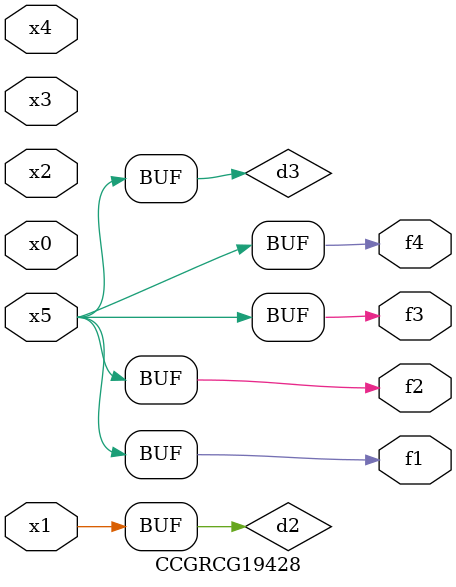
<source format=v>
module CCGRCG19428(
	input x0, x1, x2, x3, x4, x5,
	output f1, f2, f3, f4
);

	wire d1, d2, d3;

	not (d1, x5);
	or (d2, x1);
	xnor (d3, d1);
	assign f1 = d3;
	assign f2 = d3;
	assign f3 = d3;
	assign f4 = d3;
endmodule

</source>
